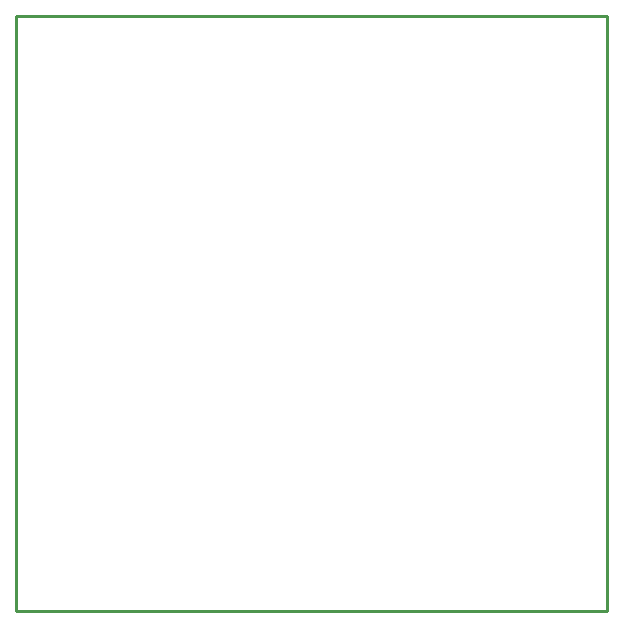
<source format=gko>
G04*
G04 #@! TF.GenerationSoftware,Altium Limited,Altium Designer,18.0.12 (696)*
G04*
G04 Layer_Color=16711935*
%FSLAX44Y44*%
%MOMM*%
G71*
G01*
G75*
%ADD10C,0.2540*%
D10*
X875000Y1003000D02*
X1000000D01*
X500000D02*
X625000D01*
X500000Y500000D02*
X1000000D01*
X500000D02*
Y1003000D01*
X625000D02*
X875000D01*
X1000000Y500000D02*
Y1003000D01*
M02*

</source>
